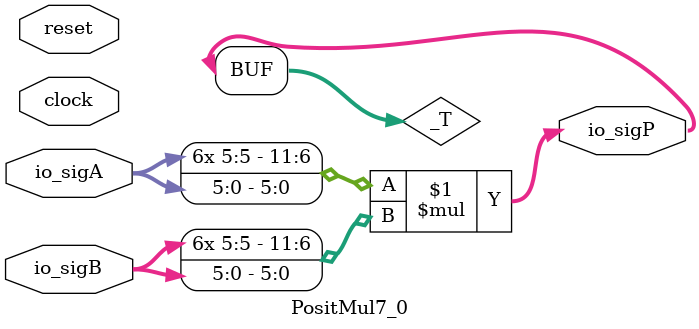
<source format=v>
module PositMul7_0(
  input         clock,
  input         reset,
  input  [5:0]  io_sigA,
  input  [5:0]  io_sigB,
  output [11:0] io_sigP
);
  wire [11:0] _T; // @[PositMul.scala 17:26]
  assign _T = $signed(io_sigA) * $signed(io_sigB); // @[PositMul.scala 17:26]
  assign io_sigP = $unsigned(_T); // @[PositMul.scala 17:13]
endmodule

</source>
